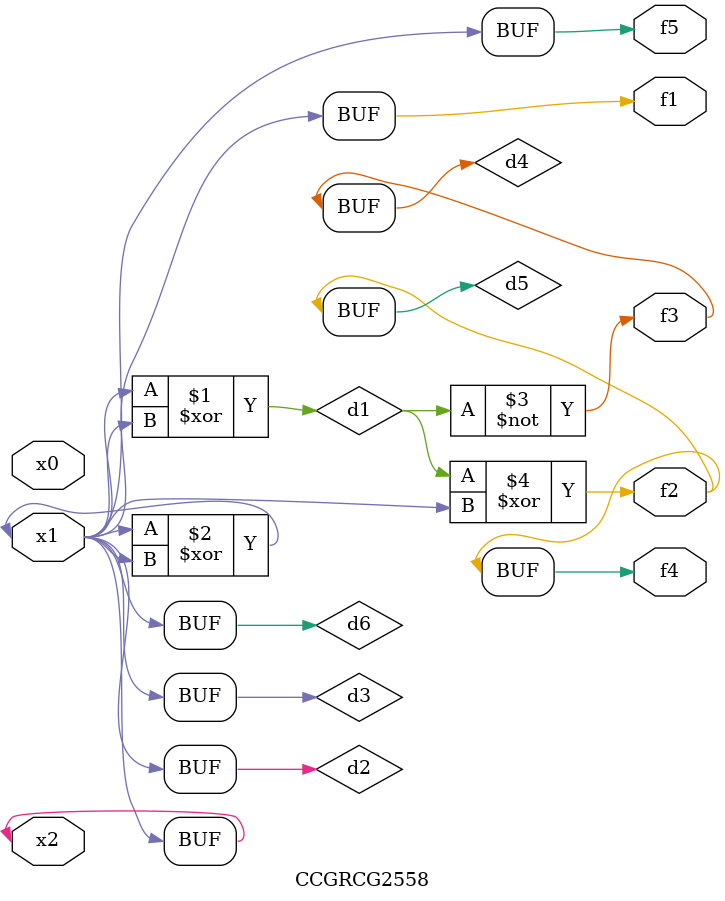
<source format=v>
module CCGRCG2558(
	input x0, x1, x2,
	output f1, f2, f3, f4, f5
);

	wire d1, d2, d3, d4, d5, d6;

	xor (d1, x1, x2);
	buf (d2, x1, x2);
	xor (d3, x1, x2);
	nor (d4, d1);
	xor (d5, d1, d2);
	buf (d6, d2, d3);
	assign f1 = d6;
	assign f2 = d5;
	assign f3 = d4;
	assign f4 = d5;
	assign f5 = d6;
endmodule

</source>
